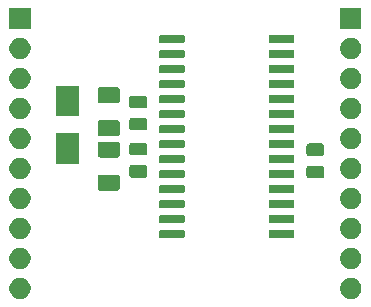
<source format=gts>
G04 #@! TF.GenerationSoftware,KiCad,Pcbnew,(5.1.5)-3*
G04 #@! TF.CreationDate,2020-04-23T23:36:20+02:00*
G04 #@! TF.ProjectId,01_spi_pont_H,30315f73-7069-45f7-906f-6e745f482e6b,rev?*
G04 #@! TF.SameCoordinates,Original*
G04 #@! TF.FileFunction,Soldermask,Top*
G04 #@! TF.FilePolarity,Negative*
%FSLAX46Y46*%
G04 Gerber Fmt 4.6, Leading zero omitted, Abs format (unit mm)*
G04 Created by KiCad (PCBNEW (5.1.5)-3) date 2020-04-23 23:36:20*
%MOMM*%
%LPD*%
G04 APERTURE LIST*
%ADD10C,0.100000*%
G04 APERTURE END LIST*
D10*
G36*
X144613512Y-86963927D02*
G01*
X144762812Y-86993624D01*
X144926784Y-87061544D01*
X145074354Y-87160147D01*
X145199853Y-87285646D01*
X145298456Y-87433216D01*
X145366376Y-87597188D01*
X145401000Y-87771259D01*
X145401000Y-87948741D01*
X145366376Y-88122812D01*
X145298456Y-88286784D01*
X145199853Y-88434354D01*
X145074354Y-88559853D01*
X144926784Y-88658456D01*
X144762812Y-88726376D01*
X144613512Y-88756073D01*
X144588742Y-88761000D01*
X144411258Y-88761000D01*
X144386488Y-88756073D01*
X144237188Y-88726376D01*
X144073216Y-88658456D01*
X143925646Y-88559853D01*
X143800147Y-88434354D01*
X143701544Y-88286784D01*
X143633624Y-88122812D01*
X143599000Y-87948741D01*
X143599000Y-87771259D01*
X143633624Y-87597188D01*
X143701544Y-87433216D01*
X143800147Y-87285646D01*
X143925646Y-87160147D01*
X144073216Y-87061544D01*
X144237188Y-86993624D01*
X144386488Y-86963927D01*
X144411258Y-86959000D01*
X144588742Y-86959000D01*
X144613512Y-86963927D01*
G37*
G36*
X116613512Y-86963927D02*
G01*
X116762812Y-86993624D01*
X116926784Y-87061544D01*
X117074354Y-87160147D01*
X117199853Y-87285646D01*
X117298456Y-87433216D01*
X117366376Y-87597188D01*
X117401000Y-87771259D01*
X117401000Y-87948741D01*
X117366376Y-88122812D01*
X117298456Y-88286784D01*
X117199853Y-88434354D01*
X117074354Y-88559853D01*
X116926784Y-88658456D01*
X116762812Y-88726376D01*
X116613512Y-88756073D01*
X116588742Y-88761000D01*
X116411258Y-88761000D01*
X116386488Y-88756073D01*
X116237188Y-88726376D01*
X116073216Y-88658456D01*
X115925646Y-88559853D01*
X115800147Y-88434354D01*
X115701544Y-88286784D01*
X115633624Y-88122812D01*
X115599000Y-87948741D01*
X115599000Y-87771259D01*
X115633624Y-87597188D01*
X115701544Y-87433216D01*
X115800147Y-87285646D01*
X115925646Y-87160147D01*
X116073216Y-87061544D01*
X116237188Y-86993624D01*
X116386488Y-86963927D01*
X116411258Y-86959000D01*
X116588742Y-86959000D01*
X116613512Y-86963927D01*
G37*
G36*
X116613512Y-84423927D02*
G01*
X116762812Y-84453624D01*
X116926784Y-84521544D01*
X117074354Y-84620147D01*
X117199853Y-84745646D01*
X117298456Y-84893216D01*
X117366376Y-85057188D01*
X117401000Y-85231259D01*
X117401000Y-85408741D01*
X117366376Y-85582812D01*
X117298456Y-85746784D01*
X117199853Y-85894354D01*
X117074354Y-86019853D01*
X116926784Y-86118456D01*
X116762812Y-86186376D01*
X116613512Y-86216073D01*
X116588742Y-86221000D01*
X116411258Y-86221000D01*
X116386488Y-86216073D01*
X116237188Y-86186376D01*
X116073216Y-86118456D01*
X115925646Y-86019853D01*
X115800147Y-85894354D01*
X115701544Y-85746784D01*
X115633624Y-85582812D01*
X115599000Y-85408741D01*
X115599000Y-85231259D01*
X115633624Y-85057188D01*
X115701544Y-84893216D01*
X115800147Y-84745646D01*
X115925646Y-84620147D01*
X116073216Y-84521544D01*
X116237188Y-84453624D01*
X116386488Y-84423927D01*
X116411258Y-84419000D01*
X116588742Y-84419000D01*
X116613512Y-84423927D01*
G37*
G36*
X144613512Y-84423927D02*
G01*
X144762812Y-84453624D01*
X144926784Y-84521544D01*
X145074354Y-84620147D01*
X145199853Y-84745646D01*
X145298456Y-84893216D01*
X145366376Y-85057188D01*
X145401000Y-85231259D01*
X145401000Y-85408741D01*
X145366376Y-85582812D01*
X145298456Y-85746784D01*
X145199853Y-85894354D01*
X145074354Y-86019853D01*
X144926784Y-86118456D01*
X144762812Y-86186376D01*
X144613512Y-86216073D01*
X144588742Y-86221000D01*
X144411258Y-86221000D01*
X144386488Y-86216073D01*
X144237188Y-86186376D01*
X144073216Y-86118456D01*
X143925646Y-86019853D01*
X143800147Y-85894354D01*
X143701544Y-85746784D01*
X143633624Y-85582812D01*
X143599000Y-85408741D01*
X143599000Y-85231259D01*
X143633624Y-85057188D01*
X143701544Y-84893216D01*
X143800147Y-84745646D01*
X143925646Y-84620147D01*
X144073216Y-84521544D01*
X144237188Y-84453624D01*
X144386488Y-84423927D01*
X144411258Y-84419000D01*
X144588742Y-84419000D01*
X144613512Y-84423927D01*
G37*
G36*
X116613512Y-81883927D02*
G01*
X116762812Y-81913624D01*
X116926784Y-81981544D01*
X117074354Y-82080147D01*
X117199853Y-82205646D01*
X117298456Y-82353216D01*
X117366376Y-82517188D01*
X117401000Y-82691259D01*
X117401000Y-82868741D01*
X117366376Y-83042812D01*
X117298456Y-83206784D01*
X117199853Y-83354354D01*
X117074354Y-83479853D01*
X116926784Y-83578456D01*
X116762812Y-83646376D01*
X116613512Y-83676073D01*
X116588742Y-83681000D01*
X116411258Y-83681000D01*
X116386488Y-83676073D01*
X116237188Y-83646376D01*
X116073216Y-83578456D01*
X115925646Y-83479853D01*
X115800147Y-83354354D01*
X115701544Y-83206784D01*
X115633624Y-83042812D01*
X115599000Y-82868741D01*
X115599000Y-82691259D01*
X115633624Y-82517188D01*
X115701544Y-82353216D01*
X115800147Y-82205646D01*
X115925646Y-82080147D01*
X116073216Y-81981544D01*
X116237188Y-81913624D01*
X116386488Y-81883927D01*
X116411258Y-81879000D01*
X116588742Y-81879000D01*
X116613512Y-81883927D01*
G37*
G36*
X144613512Y-81883927D02*
G01*
X144762812Y-81913624D01*
X144926784Y-81981544D01*
X145074354Y-82080147D01*
X145199853Y-82205646D01*
X145298456Y-82353216D01*
X145366376Y-82517188D01*
X145401000Y-82691259D01*
X145401000Y-82868741D01*
X145366376Y-83042812D01*
X145298456Y-83206784D01*
X145199853Y-83354354D01*
X145074354Y-83479853D01*
X144926784Y-83578456D01*
X144762812Y-83646376D01*
X144613512Y-83676073D01*
X144588742Y-83681000D01*
X144411258Y-83681000D01*
X144386488Y-83676073D01*
X144237188Y-83646376D01*
X144073216Y-83578456D01*
X143925646Y-83479853D01*
X143800147Y-83354354D01*
X143701544Y-83206784D01*
X143633624Y-83042812D01*
X143599000Y-82868741D01*
X143599000Y-82691259D01*
X143633624Y-82517188D01*
X143701544Y-82353216D01*
X143800147Y-82205646D01*
X143925646Y-82080147D01*
X144073216Y-81981544D01*
X144237188Y-81913624D01*
X144386488Y-81883927D01*
X144411258Y-81879000D01*
X144588742Y-81879000D01*
X144613512Y-81883927D01*
G37*
G36*
X139634928Y-82906764D02*
G01*
X139656009Y-82913160D01*
X139675445Y-82923548D01*
X139692476Y-82937524D01*
X139706452Y-82954555D01*
X139716840Y-82973991D01*
X139723236Y-82995072D01*
X139726000Y-83023140D01*
X139726000Y-83486860D01*
X139723236Y-83514928D01*
X139716840Y-83536009D01*
X139706452Y-83555445D01*
X139692476Y-83572476D01*
X139675445Y-83586452D01*
X139656009Y-83596840D01*
X139634928Y-83603236D01*
X139606860Y-83606000D01*
X137693140Y-83606000D01*
X137665072Y-83603236D01*
X137643991Y-83596840D01*
X137624555Y-83586452D01*
X137607524Y-83572476D01*
X137593548Y-83555445D01*
X137583160Y-83536009D01*
X137576764Y-83514928D01*
X137574000Y-83486860D01*
X137574000Y-83023140D01*
X137576764Y-82995072D01*
X137583160Y-82973991D01*
X137593548Y-82954555D01*
X137607524Y-82937524D01*
X137624555Y-82923548D01*
X137643991Y-82913160D01*
X137665072Y-82906764D01*
X137693140Y-82904000D01*
X139606860Y-82904000D01*
X139634928Y-82906764D01*
G37*
G36*
X130334928Y-82906764D02*
G01*
X130356009Y-82913160D01*
X130375445Y-82923548D01*
X130392476Y-82937524D01*
X130406452Y-82954555D01*
X130416840Y-82973991D01*
X130423236Y-82995072D01*
X130426000Y-83023140D01*
X130426000Y-83486860D01*
X130423236Y-83514928D01*
X130416840Y-83536009D01*
X130406452Y-83555445D01*
X130392476Y-83572476D01*
X130375445Y-83586452D01*
X130356009Y-83596840D01*
X130334928Y-83603236D01*
X130306860Y-83606000D01*
X128393140Y-83606000D01*
X128365072Y-83603236D01*
X128343991Y-83596840D01*
X128324555Y-83586452D01*
X128307524Y-83572476D01*
X128293548Y-83555445D01*
X128283160Y-83536009D01*
X128276764Y-83514928D01*
X128274000Y-83486860D01*
X128274000Y-83023140D01*
X128276764Y-82995072D01*
X128283160Y-82973991D01*
X128293548Y-82954555D01*
X128307524Y-82937524D01*
X128324555Y-82923548D01*
X128343991Y-82913160D01*
X128365072Y-82906764D01*
X128393140Y-82904000D01*
X130306860Y-82904000D01*
X130334928Y-82906764D01*
G37*
G36*
X139634928Y-81636764D02*
G01*
X139656009Y-81643160D01*
X139675445Y-81653548D01*
X139692476Y-81667524D01*
X139706452Y-81684555D01*
X139716840Y-81703991D01*
X139723236Y-81725072D01*
X139726000Y-81753140D01*
X139726000Y-82216860D01*
X139723236Y-82244928D01*
X139716840Y-82266009D01*
X139706452Y-82285445D01*
X139692476Y-82302476D01*
X139675445Y-82316452D01*
X139656009Y-82326840D01*
X139634928Y-82333236D01*
X139606860Y-82336000D01*
X137693140Y-82336000D01*
X137665072Y-82333236D01*
X137643991Y-82326840D01*
X137624555Y-82316452D01*
X137607524Y-82302476D01*
X137593548Y-82285445D01*
X137583160Y-82266009D01*
X137576764Y-82244928D01*
X137574000Y-82216860D01*
X137574000Y-81753140D01*
X137576764Y-81725072D01*
X137583160Y-81703991D01*
X137593548Y-81684555D01*
X137607524Y-81667524D01*
X137624555Y-81653548D01*
X137643991Y-81643160D01*
X137665072Y-81636764D01*
X137693140Y-81634000D01*
X139606860Y-81634000D01*
X139634928Y-81636764D01*
G37*
G36*
X130334928Y-81636764D02*
G01*
X130356009Y-81643160D01*
X130375445Y-81653548D01*
X130392476Y-81667524D01*
X130406452Y-81684555D01*
X130416840Y-81703991D01*
X130423236Y-81725072D01*
X130426000Y-81753140D01*
X130426000Y-82216860D01*
X130423236Y-82244928D01*
X130416840Y-82266009D01*
X130406452Y-82285445D01*
X130392476Y-82302476D01*
X130375445Y-82316452D01*
X130356009Y-82326840D01*
X130334928Y-82333236D01*
X130306860Y-82336000D01*
X128393140Y-82336000D01*
X128365072Y-82333236D01*
X128343991Y-82326840D01*
X128324555Y-82316452D01*
X128307524Y-82302476D01*
X128293548Y-82285445D01*
X128283160Y-82266009D01*
X128276764Y-82244928D01*
X128274000Y-82216860D01*
X128274000Y-81753140D01*
X128276764Y-81725072D01*
X128283160Y-81703991D01*
X128293548Y-81684555D01*
X128307524Y-81667524D01*
X128324555Y-81653548D01*
X128343991Y-81643160D01*
X128365072Y-81636764D01*
X128393140Y-81634000D01*
X130306860Y-81634000D01*
X130334928Y-81636764D01*
G37*
G36*
X144613512Y-79343927D02*
G01*
X144762812Y-79373624D01*
X144926784Y-79441544D01*
X145074354Y-79540147D01*
X145199853Y-79665646D01*
X145298456Y-79813216D01*
X145366376Y-79977188D01*
X145401000Y-80151259D01*
X145401000Y-80328741D01*
X145366376Y-80502812D01*
X145298456Y-80666784D01*
X145199853Y-80814354D01*
X145074354Y-80939853D01*
X144926784Y-81038456D01*
X144762812Y-81106376D01*
X144613512Y-81136073D01*
X144588742Y-81141000D01*
X144411258Y-81141000D01*
X144386488Y-81136073D01*
X144237188Y-81106376D01*
X144073216Y-81038456D01*
X143925646Y-80939853D01*
X143800147Y-80814354D01*
X143701544Y-80666784D01*
X143633624Y-80502812D01*
X143599000Y-80328741D01*
X143599000Y-80151259D01*
X143633624Y-79977188D01*
X143701544Y-79813216D01*
X143800147Y-79665646D01*
X143925646Y-79540147D01*
X144073216Y-79441544D01*
X144237188Y-79373624D01*
X144386488Y-79343927D01*
X144411258Y-79339000D01*
X144588742Y-79339000D01*
X144613512Y-79343927D01*
G37*
G36*
X116613512Y-79343927D02*
G01*
X116762812Y-79373624D01*
X116926784Y-79441544D01*
X117074354Y-79540147D01*
X117199853Y-79665646D01*
X117298456Y-79813216D01*
X117366376Y-79977188D01*
X117401000Y-80151259D01*
X117401000Y-80328741D01*
X117366376Y-80502812D01*
X117298456Y-80666784D01*
X117199853Y-80814354D01*
X117074354Y-80939853D01*
X116926784Y-81038456D01*
X116762812Y-81106376D01*
X116613512Y-81136073D01*
X116588742Y-81141000D01*
X116411258Y-81141000D01*
X116386488Y-81136073D01*
X116237188Y-81106376D01*
X116073216Y-81038456D01*
X115925646Y-80939853D01*
X115800147Y-80814354D01*
X115701544Y-80666784D01*
X115633624Y-80502812D01*
X115599000Y-80328741D01*
X115599000Y-80151259D01*
X115633624Y-79977188D01*
X115701544Y-79813216D01*
X115800147Y-79665646D01*
X115925646Y-79540147D01*
X116073216Y-79441544D01*
X116237188Y-79373624D01*
X116386488Y-79343927D01*
X116411258Y-79339000D01*
X116588742Y-79339000D01*
X116613512Y-79343927D01*
G37*
G36*
X130334928Y-80366764D02*
G01*
X130356009Y-80373160D01*
X130375445Y-80383548D01*
X130392476Y-80397524D01*
X130406452Y-80414555D01*
X130416840Y-80433991D01*
X130423236Y-80455072D01*
X130426000Y-80483140D01*
X130426000Y-80946860D01*
X130423236Y-80974928D01*
X130416840Y-80996009D01*
X130406452Y-81015445D01*
X130392476Y-81032476D01*
X130375445Y-81046452D01*
X130356009Y-81056840D01*
X130334928Y-81063236D01*
X130306860Y-81066000D01*
X128393140Y-81066000D01*
X128365072Y-81063236D01*
X128343991Y-81056840D01*
X128324555Y-81046452D01*
X128307524Y-81032476D01*
X128293548Y-81015445D01*
X128283160Y-80996009D01*
X128276764Y-80974928D01*
X128274000Y-80946860D01*
X128274000Y-80483140D01*
X128276764Y-80455072D01*
X128283160Y-80433991D01*
X128293548Y-80414555D01*
X128307524Y-80397524D01*
X128324555Y-80383548D01*
X128343991Y-80373160D01*
X128365072Y-80366764D01*
X128393140Y-80364000D01*
X130306860Y-80364000D01*
X130334928Y-80366764D01*
G37*
G36*
X139634928Y-80366764D02*
G01*
X139656009Y-80373160D01*
X139675445Y-80383548D01*
X139692476Y-80397524D01*
X139706452Y-80414555D01*
X139716840Y-80433991D01*
X139723236Y-80455072D01*
X139726000Y-80483140D01*
X139726000Y-80946860D01*
X139723236Y-80974928D01*
X139716840Y-80996009D01*
X139706452Y-81015445D01*
X139692476Y-81032476D01*
X139675445Y-81046452D01*
X139656009Y-81056840D01*
X139634928Y-81063236D01*
X139606860Y-81066000D01*
X137693140Y-81066000D01*
X137665072Y-81063236D01*
X137643991Y-81056840D01*
X137624555Y-81046452D01*
X137607524Y-81032476D01*
X137593548Y-81015445D01*
X137583160Y-80996009D01*
X137576764Y-80974928D01*
X137574000Y-80946860D01*
X137574000Y-80483140D01*
X137576764Y-80455072D01*
X137583160Y-80433991D01*
X137593548Y-80414555D01*
X137607524Y-80397524D01*
X137624555Y-80383548D01*
X137643991Y-80373160D01*
X137665072Y-80366764D01*
X137693140Y-80364000D01*
X139606860Y-80364000D01*
X139634928Y-80366764D01*
G37*
G36*
X139634928Y-79096764D02*
G01*
X139656009Y-79103160D01*
X139675445Y-79113548D01*
X139692476Y-79127524D01*
X139706452Y-79144555D01*
X139716840Y-79163991D01*
X139723236Y-79185072D01*
X139726000Y-79213140D01*
X139726000Y-79676860D01*
X139723236Y-79704928D01*
X139716840Y-79726009D01*
X139706452Y-79745445D01*
X139692476Y-79762476D01*
X139675445Y-79776452D01*
X139656009Y-79786840D01*
X139634928Y-79793236D01*
X139606860Y-79796000D01*
X137693140Y-79796000D01*
X137665072Y-79793236D01*
X137643991Y-79786840D01*
X137624555Y-79776452D01*
X137607524Y-79762476D01*
X137593548Y-79745445D01*
X137583160Y-79726009D01*
X137576764Y-79704928D01*
X137574000Y-79676860D01*
X137574000Y-79213140D01*
X137576764Y-79185072D01*
X137583160Y-79163991D01*
X137593548Y-79144555D01*
X137607524Y-79127524D01*
X137624555Y-79113548D01*
X137643991Y-79103160D01*
X137665072Y-79096764D01*
X137693140Y-79094000D01*
X139606860Y-79094000D01*
X139634928Y-79096764D01*
G37*
G36*
X130334928Y-79096764D02*
G01*
X130356009Y-79103160D01*
X130375445Y-79113548D01*
X130392476Y-79127524D01*
X130406452Y-79144555D01*
X130416840Y-79163991D01*
X130423236Y-79185072D01*
X130426000Y-79213140D01*
X130426000Y-79676860D01*
X130423236Y-79704928D01*
X130416840Y-79726009D01*
X130406452Y-79745445D01*
X130392476Y-79762476D01*
X130375445Y-79776452D01*
X130356009Y-79786840D01*
X130334928Y-79793236D01*
X130306860Y-79796000D01*
X128393140Y-79796000D01*
X128365072Y-79793236D01*
X128343991Y-79786840D01*
X128324555Y-79776452D01*
X128307524Y-79762476D01*
X128293548Y-79745445D01*
X128283160Y-79726009D01*
X128276764Y-79704928D01*
X128274000Y-79676860D01*
X128274000Y-79213140D01*
X128276764Y-79185072D01*
X128283160Y-79163991D01*
X128293548Y-79144555D01*
X128307524Y-79127524D01*
X128324555Y-79113548D01*
X128343991Y-79103160D01*
X128365072Y-79096764D01*
X128393140Y-79094000D01*
X130306860Y-79094000D01*
X130334928Y-79096764D01*
G37*
G36*
X124768604Y-78228347D02*
G01*
X124805144Y-78239432D01*
X124838821Y-78257433D01*
X124868341Y-78281659D01*
X124892567Y-78311179D01*
X124910568Y-78344856D01*
X124921653Y-78381396D01*
X124926000Y-78425538D01*
X124926000Y-79374462D01*
X124921653Y-79418604D01*
X124910568Y-79455144D01*
X124892567Y-79488821D01*
X124868341Y-79518341D01*
X124838821Y-79542567D01*
X124805144Y-79560568D01*
X124768604Y-79571653D01*
X124724462Y-79576000D01*
X123275538Y-79576000D01*
X123231396Y-79571653D01*
X123194856Y-79560568D01*
X123161179Y-79542567D01*
X123131659Y-79518341D01*
X123107433Y-79488821D01*
X123089432Y-79455144D01*
X123078347Y-79418604D01*
X123074000Y-79374462D01*
X123074000Y-78425538D01*
X123078347Y-78381396D01*
X123089432Y-78344856D01*
X123107433Y-78311179D01*
X123131659Y-78281659D01*
X123161179Y-78257433D01*
X123194856Y-78239432D01*
X123231396Y-78228347D01*
X123275538Y-78224000D01*
X124724462Y-78224000D01*
X124768604Y-78228347D01*
G37*
G36*
X116613512Y-76803927D02*
G01*
X116762812Y-76833624D01*
X116926784Y-76901544D01*
X117074354Y-77000147D01*
X117199853Y-77125646D01*
X117298456Y-77273216D01*
X117366376Y-77437188D01*
X117401000Y-77611259D01*
X117401000Y-77788741D01*
X117366376Y-77962812D01*
X117298456Y-78126784D01*
X117199853Y-78274354D01*
X117074354Y-78399853D01*
X116926784Y-78498456D01*
X116762812Y-78566376D01*
X116613512Y-78596073D01*
X116588742Y-78601000D01*
X116411258Y-78601000D01*
X116386488Y-78596073D01*
X116237188Y-78566376D01*
X116073216Y-78498456D01*
X115925646Y-78399853D01*
X115800147Y-78274354D01*
X115701544Y-78126784D01*
X115633624Y-77962812D01*
X115599000Y-77788741D01*
X115599000Y-77611259D01*
X115633624Y-77437188D01*
X115701544Y-77273216D01*
X115800147Y-77125646D01*
X115925646Y-77000147D01*
X116073216Y-76901544D01*
X116237188Y-76833624D01*
X116386488Y-76803927D01*
X116411258Y-76799000D01*
X116588742Y-76799000D01*
X116613512Y-76803927D01*
G37*
G36*
X144613512Y-76803927D02*
G01*
X144762812Y-76833624D01*
X144926784Y-76901544D01*
X145074354Y-77000147D01*
X145199853Y-77125646D01*
X145298456Y-77273216D01*
X145366376Y-77437188D01*
X145401000Y-77611259D01*
X145401000Y-77788741D01*
X145366376Y-77962812D01*
X145298456Y-78126784D01*
X145199853Y-78274354D01*
X145074354Y-78399853D01*
X144926784Y-78498456D01*
X144762812Y-78566376D01*
X144613512Y-78596073D01*
X144588742Y-78601000D01*
X144411258Y-78601000D01*
X144386488Y-78596073D01*
X144237188Y-78566376D01*
X144073216Y-78498456D01*
X143925646Y-78399853D01*
X143800147Y-78274354D01*
X143701544Y-78126784D01*
X143633624Y-77962812D01*
X143599000Y-77788741D01*
X143599000Y-77611259D01*
X143633624Y-77437188D01*
X143701544Y-77273216D01*
X143800147Y-77125646D01*
X143925646Y-77000147D01*
X144073216Y-76901544D01*
X144237188Y-76833624D01*
X144386488Y-76803927D01*
X144411258Y-76799000D01*
X144588742Y-76799000D01*
X144613512Y-76803927D01*
G37*
G36*
X142084468Y-77466065D02*
G01*
X142123138Y-77477796D01*
X142158777Y-77496846D01*
X142190017Y-77522483D01*
X142215654Y-77553723D01*
X142234704Y-77589362D01*
X142246435Y-77628032D01*
X142251000Y-77674388D01*
X142251000Y-78325612D01*
X142246435Y-78371968D01*
X142234704Y-78410638D01*
X142215654Y-78446277D01*
X142190017Y-78477517D01*
X142158777Y-78503154D01*
X142123138Y-78522204D01*
X142084468Y-78533935D01*
X142038112Y-78538500D01*
X140961888Y-78538500D01*
X140915532Y-78533935D01*
X140876862Y-78522204D01*
X140841223Y-78503154D01*
X140809983Y-78477517D01*
X140784346Y-78446277D01*
X140765296Y-78410638D01*
X140753565Y-78371968D01*
X140749000Y-78325612D01*
X140749000Y-77674388D01*
X140753565Y-77628032D01*
X140765296Y-77589362D01*
X140784346Y-77553723D01*
X140809983Y-77522483D01*
X140841223Y-77496846D01*
X140876862Y-77477796D01*
X140915532Y-77466065D01*
X140961888Y-77461500D01*
X142038112Y-77461500D01*
X142084468Y-77466065D01*
G37*
G36*
X130334928Y-77826764D02*
G01*
X130356009Y-77833160D01*
X130375445Y-77843548D01*
X130392476Y-77857524D01*
X130406452Y-77874555D01*
X130416840Y-77893991D01*
X130423236Y-77915072D01*
X130426000Y-77943140D01*
X130426000Y-78406860D01*
X130423236Y-78434928D01*
X130416840Y-78456009D01*
X130406452Y-78475445D01*
X130392476Y-78492476D01*
X130375445Y-78506452D01*
X130356009Y-78516840D01*
X130334928Y-78523236D01*
X130306860Y-78526000D01*
X128393140Y-78526000D01*
X128365072Y-78523236D01*
X128343991Y-78516840D01*
X128324555Y-78506452D01*
X128307524Y-78492476D01*
X128293548Y-78475445D01*
X128283160Y-78456009D01*
X128276764Y-78434928D01*
X128274000Y-78406860D01*
X128274000Y-77943140D01*
X128276764Y-77915072D01*
X128283160Y-77893991D01*
X128293548Y-77874555D01*
X128307524Y-77857524D01*
X128324555Y-77843548D01*
X128343991Y-77833160D01*
X128365072Y-77826764D01*
X128393140Y-77824000D01*
X130306860Y-77824000D01*
X130334928Y-77826764D01*
G37*
G36*
X139634928Y-77826764D02*
G01*
X139656009Y-77833160D01*
X139675445Y-77843548D01*
X139692476Y-77857524D01*
X139706452Y-77874555D01*
X139716840Y-77893991D01*
X139723236Y-77915072D01*
X139726000Y-77943140D01*
X139726000Y-78406860D01*
X139723236Y-78434928D01*
X139716840Y-78456009D01*
X139706452Y-78475445D01*
X139692476Y-78492476D01*
X139675445Y-78506452D01*
X139656009Y-78516840D01*
X139634928Y-78523236D01*
X139606860Y-78526000D01*
X137693140Y-78526000D01*
X137665072Y-78523236D01*
X137643991Y-78516840D01*
X137624555Y-78506452D01*
X137607524Y-78492476D01*
X137593548Y-78475445D01*
X137583160Y-78456009D01*
X137576764Y-78434928D01*
X137574000Y-78406860D01*
X137574000Y-77943140D01*
X137576764Y-77915072D01*
X137583160Y-77893991D01*
X137593548Y-77874555D01*
X137607524Y-77857524D01*
X137624555Y-77843548D01*
X137643991Y-77833160D01*
X137665072Y-77826764D01*
X137693140Y-77824000D01*
X139606860Y-77824000D01*
X139634928Y-77826764D01*
G37*
G36*
X127084468Y-77403565D02*
G01*
X127123138Y-77415296D01*
X127158777Y-77434346D01*
X127190017Y-77459983D01*
X127215654Y-77491223D01*
X127234704Y-77526862D01*
X127246435Y-77565532D01*
X127251000Y-77611888D01*
X127251000Y-78263112D01*
X127246435Y-78309468D01*
X127234704Y-78348138D01*
X127215654Y-78383777D01*
X127190017Y-78415017D01*
X127158777Y-78440654D01*
X127123138Y-78459704D01*
X127084468Y-78471435D01*
X127038112Y-78476000D01*
X125961888Y-78476000D01*
X125915532Y-78471435D01*
X125876862Y-78459704D01*
X125841223Y-78440654D01*
X125809983Y-78415017D01*
X125784346Y-78383777D01*
X125765296Y-78348138D01*
X125753565Y-78309468D01*
X125749000Y-78263112D01*
X125749000Y-77611888D01*
X125753565Y-77565532D01*
X125765296Y-77526862D01*
X125784346Y-77491223D01*
X125809983Y-77459983D01*
X125841223Y-77434346D01*
X125876862Y-77415296D01*
X125915532Y-77403565D01*
X125961888Y-77399000D01*
X127038112Y-77399000D01*
X127084468Y-77403565D01*
G37*
G36*
X121451000Y-77301000D02*
G01*
X119549000Y-77301000D01*
X119549000Y-74699000D01*
X121451000Y-74699000D01*
X121451000Y-77301000D01*
G37*
G36*
X130334928Y-76556764D02*
G01*
X130356009Y-76563160D01*
X130375445Y-76573548D01*
X130392476Y-76587524D01*
X130406452Y-76604555D01*
X130416840Y-76623991D01*
X130423236Y-76645072D01*
X130426000Y-76673140D01*
X130426000Y-77136860D01*
X130423236Y-77164928D01*
X130416840Y-77186009D01*
X130406452Y-77205445D01*
X130392476Y-77222476D01*
X130375445Y-77236452D01*
X130356009Y-77246840D01*
X130334928Y-77253236D01*
X130306860Y-77256000D01*
X128393140Y-77256000D01*
X128365072Y-77253236D01*
X128343991Y-77246840D01*
X128324555Y-77236452D01*
X128307524Y-77222476D01*
X128293548Y-77205445D01*
X128283160Y-77186009D01*
X128276764Y-77164928D01*
X128274000Y-77136860D01*
X128274000Y-76673140D01*
X128276764Y-76645072D01*
X128283160Y-76623991D01*
X128293548Y-76604555D01*
X128307524Y-76587524D01*
X128324555Y-76573548D01*
X128343991Y-76563160D01*
X128365072Y-76556764D01*
X128393140Y-76554000D01*
X130306860Y-76554000D01*
X130334928Y-76556764D01*
G37*
G36*
X139634928Y-76556764D02*
G01*
X139656009Y-76563160D01*
X139675445Y-76573548D01*
X139692476Y-76587524D01*
X139706452Y-76604555D01*
X139716840Y-76623991D01*
X139723236Y-76645072D01*
X139726000Y-76673140D01*
X139726000Y-77136860D01*
X139723236Y-77164928D01*
X139716840Y-77186009D01*
X139706452Y-77205445D01*
X139692476Y-77222476D01*
X139675445Y-77236452D01*
X139656009Y-77246840D01*
X139634928Y-77253236D01*
X139606860Y-77256000D01*
X137693140Y-77256000D01*
X137665072Y-77253236D01*
X137643991Y-77246840D01*
X137624555Y-77236452D01*
X137607524Y-77222476D01*
X137593548Y-77205445D01*
X137583160Y-77186009D01*
X137576764Y-77164928D01*
X137574000Y-77136860D01*
X137574000Y-76673140D01*
X137576764Y-76645072D01*
X137583160Y-76623991D01*
X137593548Y-76604555D01*
X137607524Y-76587524D01*
X137624555Y-76573548D01*
X137643991Y-76563160D01*
X137665072Y-76556764D01*
X137693140Y-76554000D01*
X139606860Y-76554000D01*
X139634928Y-76556764D01*
G37*
G36*
X124768604Y-75428347D02*
G01*
X124805144Y-75439432D01*
X124838821Y-75457433D01*
X124868341Y-75481659D01*
X124892567Y-75511179D01*
X124910568Y-75544856D01*
X124921653Y-75581396D01*
X124926000Y-75625538D01*
X124926000Y-76574462D01*
X124921653Y-76618604D01*
X124910568Y-76655144D01*
X124892567Y-76688821D01*
X124868341Y-76718341D01*
X124838821Y-76742567D01*
X124805144Y-76760568D01*
X124768604Y-76771653D01*
X124724462Y-76776000D01*
X123275538Y-76776000D01*
X123231396Y-76771653D01*
X123194856Y-76760568D01*
X123161179Y-76742567D01*
X123131659Y-76718341D01*
X123107433Y-76688821D01*
X123089432Y-76655144D01*
X123078347Y-76618604D01*
X123074000Y-76574462D01*
X123074000Y-75625538D01*
X123078347Y-75581396D01*
X123089432Y-75544856D01*
X123107433Y-75511179D01*
X123131659Y-75481659D01*
X123161179Y-75457433D01*
X123194856Y-75439432D01*
X123231396Y-75428347D01*
X123275538Y-75424000D01*
X124724462Y-75424000D01*
X124768604Y-75428347D01*
G37*
G36*
X142084468Y-75591065D02*
G01*
X142123138Y-75602796D01*
X142158777Y-75621846D01*
X142190017Y-75647483D01*
X142215654Y-75678723D01*
X142234704Y-75714362D01*
X142246435Y-75753032D01*
X142251000Y-75799388D01*
X142251000Y-76450612D01*
X142246435Y-76496968D01*
X142234704Y-76535638D01*
X142215654Y-76571277D01*
X142190017Y-76602517D01*
X142158777Y-76628154D01*
X142123138Y-76647204D01*
X142084468Y-76658935D01*
X142038112Y-76663500D01*
X140961888Y-76663500D01*
X140915532Y-76658935D01*
X140876862Y-76647204D01*
X140841223Y-76628154D01*
X140809983Y-76602517D01*
X140784346Y-76571277D01*
X140765296Y-76535638D01*
X140753565Y-76496968D01*
X140749000Y-76450612D01*
X140749000Y-75799388D01*
X140753565Y-75753032D01*
X140765296Y-75714362D01*
X140784346Y-75678723D01*
X140809983Y-75647483D01*
X140841223Y-75621846D01*
X140876862Y-75602796D01*
X140915532Y-75591065D01*
X140961888Y-75586500D01*
X142038112Y-75586500D01*
X142084468Y-75591065D01*
G37*
G36*
X127084468Y-75528565D02*
G01*
X127123138Y-75540296D01*
X127158777Y-75559346D01*
X127190017Y-75584983D01*
X127215654Y-75616223D01*
X127234704Y-75651862D01*
X127246435Y-75690532D01*
X127251000Y-75736888D01*
X127251000Y-76388112D01*
X127246435Y-76434468D01*
X127234704Y-76473138D01*
X127215654Y-76508777D01*
X127190017Y-76540017D01*
X127158777Y-76565654D01*
X127123138Y-76584704D01*
X127084468Y-76596435D01*
X127038112Y-76601000D01*
X125961888Y-76601000D01*
X125915532Y-76596435D01*
X125876862Y-76584704D01*
X125841223Y-76565654D01*
X125809983Y-76540017D01*
X125784346Y-76508777D01*
X125765296Y-76473138D01*
X125753565Y-76434468D01*
X125749000Y-76388112D01*
X125749000Y-75736888D01*
X125753565Y-75690532D01*
X125765296Y-75651862D01*
X125784346Y-75616223D01*
X125809983Y-75584983D01*
X125841223Y-75559346D01*
X125876862Y-75540296D01*
X125915532Y-75528565D01*
X125961888Y-75524000D01*
X127038112Y-75524000D01*
X127084468Y-75528565D01*
G37*
G36*
X116609414Y-74263112D02*
G01*
X116762812Y-74293624D01*
X116926784Y-74361544D01*
X117074354Y-74460147D01*
X117199853Y-74585646D01*
X117298456Y-74733216D01*
X117366376Y-74897188D01*
X117401000Y-75071259D01*
X117401000Y-75248741D01*
X117366376Y-75422812D01*
X117298456Y-75586784D01*
X117199853Y-75734354D01*
X117074354Y-75859853D01*
X116926784Y-75958456D01*
X116762812Y-76026376D01*
X116613512Y-76056073D01*
X116588742Y-76061000D01*
X116411258Y-76061000D01*
X116386488Y-76056073D01*
X116237188Y-76026376D01*
X116073216Y-75958456D01*
X115925646Y-75859853D01*
X115800147Y-75734354D01*
X115701544Y-75586784D01*
X115633624Y-75422812D01*
X115599000Y-75248741D01*
X115599000Y-75071259D01*
X115633624Y-74897188D01*
X115701544Y-74733216D01*
X115800147Y-74585646D01*
X115925646Y-74460147D01*
X116073216Y-74361544D01*
X116237188Y-74293624D01*
X116390586Y-74263112D01*
X116411258Y-74259000D01*
X116588742Y-74259000D01*
X116609414Y-74263112D01*
G37*
G36*
X144609414Y-74263112D02*
G01*
X144762812Y-74293624D01*
X144926784Y-74361544D01*
X145074354Y-74460147D01*
X145199853Y-74585646D01*
X145298456Y-74733216D01*
X145366376Y-74897188D01*
X145401000Y-75071259D01*
X145401000Y-75248741D01*
X145366376Y-75422812D01*
X145298456Y-75586784D01*
X145199853Y-75734354D01*
X145074354Y-75859853D01*
X144926784Y-75958456D01*
X144762812Y-76026376D01*
X144613512Y-76056073D01*
X144588742Y-76061000D01*
X144411258Y-76061000D01*
X144386488Y-76056073D01*
X144237188Y-76026376D01*
X144073216Y-75958456D01*
X143925646Y-75859853D01*
X143800147Y-75734354D01*
X143701544Y-75586784D01*
X143633624Y-75422812D01*
X143599000Y-75248741D01*
X143599000Y-75071259D01*
X143633624Y-74897188D01*
X143701544Y-74733216D01*
X143800147Y-74585646D01*
X143925646Y-74460147D01*
X144073216Y-74361544D01*
X144237188Y-74293624D01*
X144390586Y-74263112D01*
X144411258Y-74259000D01*
X144588742Y-74259000D01*
X144609414Y-74263112D01*
G37*
G36*
X139634928Y-75286764D02*
G01*
X139656009Y-75293160D01*
X139675445Y-75303548D01*
X139692476Y-75317524D01*
X139706452Y-75334555D01*
X139716840Y-75353991D01*
X139723236Y-75375072D01*
X139726000Y-75403140D01*
X139726000Y-75866860D01*
X139723236Y-75894928D01*
X139716840Y-75916009D01*
X139706452Y-75935445D01*
X139692476Y-75952476D01*
X139675445Y-75966452D01*
X139656009Y-75976840D01*
X139634928Y-75983236D01*
X139606860Y-75986000D01*
X137693140Y-75986000D01*
X137665072Y-75983236D01*
X137643991Y-75976840D01*
X137624555Y-75966452D01*
X137607524Y-75952476D01*
X137593548Y-75935445D01*
X137583160Y-75916009D01*
X137576764Y-75894928D01*
X137574000Y-75866860D01*
X137574000Y-75403140D01*
X137576764Y-75375072D01*
X137583160Y-75353991D01*
X137593548Y-75334555D01*
X137607524Y-75317524D01*
X137624555Y-75303548D01*
X137643991Y-75293160D01*
X137665072Y-75286764D01*
X137693140Y-75284000D01*
X139606860Y-75284000D01*
X139634928Y-75286764D01*
G37*
G36*
X130334928Y-75286764D02*
G01*
X130356009Y-75293160D01*
X130375445Y-75303548D01*
X130392476Y-75317524D01*
X130406452Y-75334555D01*
X130416840Y-75353991D01*
X130423236Y-75375072D01*
X130426000Y-75403140D01*
X130426000Y-75866860D01*
X130423236Y-75894928D01*
X130416840Y-75916009D01*
X130406452Y-75935445D01*
X130392476Y-75952476D01*
X130375445Y-75966452D01*
X130356009Y-75976840D01*
X130334928Y-75983236D01*
X130306860Y-75986000D01*
X128393140Y-75986000D01*
X128365072Y-75983236D01*
X128343991Y-75976840D01*
X128324555Y-75966452D01*
X128307524Y-75952476D01*
X128293548Y-75935445D01*
X128283160Y-75916009D01*
X128276764Y-75894928D01*
X128274000Y-75866860D01*
X128274000Y-75403140D01*
X128276764Y-75375072D01*
X128283160Y-75353991D01*
X128293548Y-75334555D01*
X128307524Y-75317524D01*
X128324555Y-75303548D01*
X128343991Y-75293160D01*
X128365072Y-75286764D01*
X128393140Y-75284000D01*
X130306860Y-75284000D01*
X130334928Y-75286764D01*
G37*
G36*
X124768604Y-73628347D02*
G01*
X124805144Y-73639432D01*
X124838821Y-73657433D01*
X124868341Y-73681659D01*
X124892567Y-73711179D01*
X124910568Y-73744856D01*
X124921653Y-73781396D01*
X124926000Y-73825538D01*
X124926000Y-74774462D01*
X124921653Y-74818604D01*
X124910568Y-74855144D01*
X124892567Y-74888821D01*
X124868341Y-74918341D01*
X124838821Y-74942567D01*
X124805144Y-74960568D01*
X124768604Y-74971653D01*
X124724462Y-74976000D01*
X123275538Y-74976000D01*
X123231396Y-74971653D01*
X123194856Y-74960568D01*
X123161179Y-74942567D01*
X123131659Y-74918341D01*
X123107433Y-74888821D01*
X123089432Y-74855144D01*
X123078347Y-74818604D01*
X123074000Y-74774462D01*
X123074000Y-73825538D01*
X123078347Y-73781396D01*
X123089432Y-73744856D01*
X123107433Y-73711179D01*
X123131659Y-73681659D01*
X123161179Y-73657433D01*
X123194856Y-73639432D01*
X123231396Y-73628347D01*
X123275538Y-73624000D01*
X124724462Y-73624000D01*
X124768604Y-73628347D01*
G37*
G36*
X139634928Y-74016764D02*
G01*
X139656009Y-74023160D01*
X139675445Y-74033548D01*
X139692476Y-74047524D01*
X139706452Y-74064555D01*
X139716840Y-74083991D01*
X139723236Y-74105072D01*
X139726000Y-74133140D01*
X139726000Y-74596860D01*
X139723236Y-74624928D01*
X139716840Y-74646009D01*
X139706452Y-74665445D01*
X139692476Y-74682476D01*
X139675445Y-74696452D01*
X139656009Y-74706840D01*
X139634928Y-74713236D01*
X139606860Y-74716000D01*
X137693140Y-74716000D01*
X137665072Y-74713236D01*
X137643991Y-74706840D01*
X137624555Y-74696452D01*
X137607524Y-74682476D01*
X137593548Y-74665445D01*
X137583160Y-74646009D01*
X137576764Y-74624928D01*
X137574000Y-74596860D01*
X137574000Y-74133140D01*
X137576764Y-74105072D01*
X137583160Y-74083991D01*
X137593548Y-74064555D01*
X137607524Y-74047524D01*
X137624555Y-74033548D01*
X137643991Y-74023160D01*
X137665072Y-74016764D01*
X137693140Y-74014000D01*
X139606860Y-74014000D01*
X139634928Y-74016764D01*
G37*
G36*
X130334928Y-74016764D02*
G01*
X130356009Y-74023160D01*
X130375445Y-74033548D01*
X130392476Y-74047524D01*
X130406452Y-74064555D01*
X130416840Y-74083991D01*
X130423236Y-74105072D01*
X130426000Y-74133140D01*
X130426000Y-74596860D01*
X130423236Y-74624928D01*
X130416840Y-74646009D01*
X130406452Y-74665445D01*
X130392476Y-74682476D01*
X130375445Y-74696452D01*
X130356009Y-74706840D01*
X130334928Y-74713236D01*
X130306860Y-74716000D01*
X128393140Y-74716000D01*
X128365072Y-74713236D01*
X128343991Y-74706840D01*
X128324555Y-74696452D01*
X128307524Y-74682476D01*
X128293548Y-74665445D01*
X128283160Y-74646009D01*
X128276764Y-74624928D01*
X128274000Y-74596860D01*
X128274000Y-74133140D01*
X128276764Y-74105072D01*
X128283160Y-74083991D01*
X128293548Y-74064555D01*
X128307524Y-74047524D01*
X128324555Y-74033548D01*
X128343991Y-74023160D01*
X128365072Y-74016764D01*
X128393140Y-74014000D01*
X130306860Y-74014000D01*
X130334928Y-74016764D01*
G37*
G36*
X127084468Y-73403565D02*
G01*
X127123138Y-73415296D01*
X127158777Y-73434346D01*
X127190017Y-73459983D01*
X127215654Y-73491223D01*
X127234704Y-73526862D01*
X127246435Y-73565532D01*
X127251000Y-73611888D01*
X127251000Y-74263112D01*
X127246435Y-74309468D01*
X127234704Y-74348138D01*
X127215654Y-74383777D01*
X127190017Y-74415017D01*
X127158777Y-74440654D01*
X127123138Y-74459704D01*
X127084468Y-74471435D01*
X127038112Y-74476000D01*
X125961888Y-74476000D01*
X125915532Y-74471435D01*
X125876862Y-74459704D01*
X125841223Y-74440654D01*
X125809983Y-74415017D01*
X125784346Y-74383777D01*
X125765296Y-74348138D01*
X125753565Y-74309468D01*
X125749000Y-74263112D01*
X125749000Y-73611888D01*
X125753565Y-73565532D01*
X125765296Y-73526862D01*
X125784346Y-73491223D01*
X125809983Y-73459983D01*
X125841223Y-73434346D01*
X125876862Y-73415296D01*
X125915532Y-73403565D01*
X125961888Y-73399000D01*
X127038112Y-73399000D01*
X127084468Y-73403565D01*
G37*
G36*
X116613512Y-71723927D02*
G01*
X116762812Y-71753624D01*
X116926784Y-71821544D01*
X117074354Y-71920147D01*
X117199853Y-72045646D01*
X117298456Y-72193216D01*
X117366376Y-72357188D01*
X117401000Y-72531259D01*
X117401000Y-72708741D01*
X117366376Y-72882812D01*
X117298456Y-73046784D01*
X117199853Y-73194354D01*
X117074354Y-73319853D01*
X116926784Y-73418456D01*
X116762812Y-73486376D01*
X116613512Y-73516073D01*
X116588742Y-73521000D01*
X116411258Y-73521000D01*
X116386488Y-73516073D01*
X116237188Y-73486376D01*
X116073216Y-73418456D01*
X115925646Y-73319853D01*
X115800147Y-73194354D01*
X115701544Y-73046784D01*
X115633624Y-72882812D01*
X115599000Y-72708741D01*
X115599000Y-72531259D01*
X115633624Y-72357188D01*
X115701544Y-72193216D01*
X115800147Y-72045646D01*
X115925646Y-71920147D01*
X116073216Y-71821544D01*
X116237188Y-71753624D01*
X116386488Y-71723927D01*
X116411258Y-71719000D01*
X116588742Y-71719000D01*
X116613512Y-71723927D01*
G37*
G36*
X144613512Y-71723927D02*
G01*
X144762812Y-71753624D01*
X144926784Y-71821544D01*
X145074354Y-71920147D01*
X145199853Y-72045646D01*
X145298456Y-72193216D01*
X145366376Y-72357188D01*
X145401000Y-72531259D01*
X145401000Y-72708741D01*
X145366376Y-72882812D01*
X145298456Y-73046784D01*
X145199853Y-73194354D01*
X145074354Y-73319853D01*
X144926784Y-73418456D01*
X144762812Y-73486376D01*
X144613512Y-73516073D01*
X144588742Y-73521000D01*
X144411258Y-73521000D01*
X144386488Y-73516073D01*
X144237188Y-73486376D01*
X144073216Y-73418456D01*
X143925646Y-73319853D01*
X143800147Y-73194354D01*
X143701544Y-73046784D01*
X143633624Y-72882812D01*
X143599000Y-72708741D01*
X143599000Y-72531259D01*
X143633624Y-72357188D01*
X143701544Y-72193216D01*
X143800147Y-72045646D01*
X143925646Y-71920147D01*
X144073216Y-71821544D01*
X144237188Y-71753624D01*
X144386488Y-71723927D01*
X144411258Y-71719000D01*
X144588742Y-71719000D01*
X144613512Y-71723927D01*
G37*
G36*
X130334928Y-72746764D02*
G01*
X130356009Y-72753160D01*
X130375445Y-72763548D01*
X130392476Y-72777524D01*
X130406452Y-72794555D01*
X130416840Y-72813991D01*
X130423236Y-72835072D01*
X130426000Y-72863140D01*
X130426000Y-73326860D01*
X130423236Y-73354928D01*
X130416840Y-73376009D01*
X130406452Y-73395445D01*
X130392476Y-73412476D01*
X130375445Y-73426452D01*
X130356009Y-73436840D01*
X130334928Y-73443236D01*
X130306860Y-73446000D01*
X128393140Y-73446000D01*
X128365072Y-73443236D01*
X128343991Y-73436840D01*
X128324555Y-73426452D01*
X128307524Y-73412476D01*
X128293548Y-73395445D01*
X128283160Y-73376009D01*
X128276764Y-73354928D01*
X128274000Y-73326860D01*
X128274000Y-72863140D01*
X128276764Y-72835072D01*
X128283160Y-72813991D01*
X128293548Y-72794555D01*
X128307524Y-72777524D01*
X128324555Y-72763548D01*
X128343991Y-72753160D01*
X128365072Y-72746764D01*
X128393140Y-72744000D01*
X130306860Y-72744000D01*
X130334928Y-72746764D01*
G37*
G36*
X139634928Y-72746764D02*
G01*
X139656009Y-72753160D01*
X139675445Y-72763548D01*
X139692476Y-72777524D01*
X139706452Y-72794555D01*
X139716840Y-72813991D01*
X139723236Y-72835072D01*
X139726000Y-72863140D01*
X139726000Y-73326860D01*
X139723236Y-73354928D01*
X139716840Y-73376009D01*
X139706452Y-73395445D01*
X139692476Y-73412476D01*
X139675445Y-73426452D01*
X139656009Y-73436840D01*
X139634928Y-73443236D01*
X139606860Y-73446000D01*
X137693140Y-73446000D01*
X137665072Y-73443236D01*
X137643991Y-73436840D01*
X137624555Y-73426452D01*
X137607524Y-73412476D01*
X137593548Y-73395445D01*
X137583160Y-73376009D01*
X137576764Y-73354928D01*
X137574000Y-73326860D01*
X137574000Y-72863140D01*
X137576764Y-72835072D01*
X137583160Y-72813991D01*
X137593548Y-72794555D01*
X137607524Y-72777524D01*
X137624555Y-72763548D01*
X137643991Y-72753160D01*
X137665072Y-72746764D01*
X137693140Y-72744000D01*
X139606860Y-72744000D01*
X139634928Y-72746764D01*
G37*
G36*
X121451000Y-73301000D02*
G01*
X119549000Y-73301000D01*
X119549000Y-70699000D01*
X121451000Y-70699000D01*
X121451000Y-73301000D01*
G37*
G36*
X127084468Y-71528565D02*
G01*
X127123138Y-71540296D01*
X127158777Y-71559346D01*
X127190017Y-71584983D01*
X127215654Y-71616223D01*
X127234704Y-71651862D01*
X127246435Y-71690532D01*
X127251000Y-71736888D01*
X127251000Y-72388112D01*
X127246435Y-72434468D01*
X127234704Y-72473138D01*
X127215654Y-72508777D01*
X127190017Y-72540017D01*
X127158777Y-72565654D01*
X127123138Y-72584704D01*
X127084468Y-72596435D01*
X127038112Y-72601000D01*
X125961888Y-72601000D01*
X125915532Y-72596435D01*
X125876862Y-72584704D01*
X125841223Y-72565654D01*
X125809983Y-72540017D01*
X125784346Y-72508777D01*
X125765296Y-72473138D01*
X125753565Y-72434468D01*
X125749000Y-72388112D01*
X125749000Y-71736888D01*
X125753565Y-71690532D01*
X125765296Y-71651862D01*
X125784346Y-71616223D01*
X125809983Y-71584983D01*
X125841223Y-71559346D01*
X125876862Y-71540296D01*
X125915532Y-71528565D01*
X125961888Y-71524000D01*
X127038112Y-71524000D01*
X127084468Y-71528565D01*
G37*
G36*
X139634928Y-71476764D02*
G01*
X139656009Y-71483160D01*
X139675445Y-71493548D01*
X139692476Y-71507524D01*
X139706452Y-71524555D01*
X139716840Y-71543991D01*
X139723236Y-71565072D01*
X139726000Y-71593140D01*
X139726000Y-72056860D01*
X139723236Y-72084928D01*
X139716840Y-72106009D01*
X139706452Y-72125445D01*
X139692476Y-72142476D01*
X139675445Y-72156452D01*
X139656009Y-72166840D01*
X139634928Y-72173236D01*
X139606860Y-72176000D01*
X137693140Y-72176000D01*
X137665072Y-72173236D01*
X137643991Y-72166840D01*
X137624555Y-72156452D01*
X137607524Y-72142476D01*
X137593548Y-72125445D01*
X137583160Y-72106009D01*
X137576764Y-72084928D01*
X137574000Y-72056860D01*
X137574000Y-71593140D01*
X137576764Y-71565072D01*
X137583160Y-71543991D01*
X137593548Y-71524555D01*
X137607524Y-71507524D01*
X137624555Y-71493548D01*
X137643991Y-71483160D01*
X137665072Y-71476764D01*
X137693140Y-71474000D01*
X139606860Y-71474000D01*
X139634928Y-71476764D01*
G37*
G36*
X124768604Y-70828347D02*
G01*
X124805144Y-70839432D01*
X124838821Y-70857433D01*
X124868341Y-70881659D01*
X124892567Y-70911179D01*
X124910568Y-70944856D01*
X124921653Y-70981396D01*
X124926000Y-71025538D01*
X124926000Y-71974462D01*
X124921653Y-72018604D01*
X124910568Y-72055144D01*
X124892567Y-72088821D01*
X124868341Y-72118341D01*
X124838821Y-72142567D01*
X124805144Y-72160568D01*
X124768604Y-72171653D01*
X124724462Y-72176000D01*
X123275538Y-72176000D01*
X123231396Y-72171653D01*
X123194856Y-72160568D01*
X123161179Y-72142567D01*
X123131659Y-72118341D01*
X123107433Y-72088821D01*
X123089432Y-72055144D01*
X123078347Y-72018604D01*
X123074000Y-71974462D01*
X123074000Y-71025538D01*
X123078347Y-70981396D01*
X123089432Y-70944856D01*
X123107433Y-70911179D01*
X123131659Y-70881659D01*
X123161179Y-70857433D01*
X123194856Y-70839432D01*
X123231396Y-70828347D01*
X123275538Y-70824000D01*
X124724462Y-70824000D01*
X124768604Y-70828347D01*
G37*
G36*
X130334928Y-71476764D02*
G01*
X130356009Y-71483160D01*
X130375445Y-71493548D01*
X130392476Y-71507524D01*
X130406452Y-71524555D01*
X130416840Y-71543991D01*
X130423236Y-71565072D01*
X130426000Y-71593140D01*
X130426000Y-72056860D01*
X130423236Y-72084928D01*
X130416840Y-72106009D01*
X130406452Y-72125445D01*
X130392476Y-72142476D01*
X130375445Y-72156452D01*
X130356009Y-72166840D01*
X130334928Y-72173236D01*
X130306860Y-72176000D01*
X128393140Y-72176000D01*
X128365072Y-72173236D01*
X128343991Y-72166840D01*
X128324555Y-72156452D01*
X128307524Y-72142476D01*
X128293548Y-72125445D01*
X128283160Y-72106009D01*
X128276764Y-72084928D01*
X128274000Y-72056860D01*
X128274000Y-71593140D01*
X128276764Y-71565072D01*
X128283160Y-71543991D01*
X128293548Y-71524555D01*
X128307524Y-71507524D01*
X128324555Y-71493548D01*
X128343991Y-71483160D01*
X128365072Y-71476764D01*
X128393140Y-71474000D01*
X130306860Y-71474000D01*
X130334928Y-71476764D01*
G37*
G36*
X116613512Y-69183927D02*
G01*
X116762812Y-69213624D01*
X116926784Y-69281544D01*
X117074354Y-69380147D01*
X117199853Y-69505646D01*
X117298456Y-69653216D01*
X117366376Y-69817188D01*
X117401000Y-69991259D01*
X117401000Y-70168741D01*
X117366376Y-70342812D01*
X117298456Y-70506784D01*
X117199853Y-70654354D01*
X117074354Y-70779853D01*
X116926784Y-70878456D01*
X116762812Y-70946376D01*
X116613512Y-70976073D01*
X116588742Y-70981000D01*
X116411258Y-70981000D01*
X116386488Y-70976073D01*
X116237188Y-70946376D01*
X116073216Y-70878456D01*
X115925646Y-70779853D01*
X115800147Y-70654354D01*
X115701544Y-70506784D01*
X115633624Y-70342812D01*
X115599000Y-70168741D01*
X115599000Y-69991259D01*
X115633624Y-69817188D01*
X115701544Y-69653216D01*
X115800147Y-69505646D01*
X115925646Y-69380147D01*
X116073216Y-69281544D01*
X116237188Y-69213624D01*
X116386488Y-69183927D01*
X116411258Y-69179000D01*
X116588742Y-69179000D01*
X116613512Y-69183927D01*
G37*
G36*
X144613512Y-69183927D02*
G01*
X144762812Y-69213624D01*
X144926784Y-69281544D01*
X145074354Y-69380147D01*
X145199853Y-69505646D01*
X145298456Y-69653216D01*
X145366376Y-69817188D01*
X145401000Y-69991259D01*
X145401000Y-70168741D01*
X145366376Y-70342812D01*
X145298456Y-70506784D01*
X145199853Y-70654354D01*
X145074354Y-70779853D01*
X144926784Y-70878456D01*
X144762812Y-70946376D01*
X144613512Y-70976073D01*
X144588742Y-70981000D01*
X144411258Y-70981000D01*
X144386488Y-70976073D01*
X144237188Y-70946376D01*
X144073216Y-70878456D01*
X143925646Y-70779853D01*
X143800147Y-70654354D01*
X143701544Y-70506784D01*
X143633624Y-70342812D01*
X143599000Y-70168741D01*
X143599000Y-69991259D01*
X143633624Y-69817188D01*
X143701544Y-69653216D01*
X143800147Y-69505646D01*
X143925646Y-69380147D01*
X144073216Y-69281544D01*
X144237188Y-69213624D01*
X144386488Y-69183927D01*
X144411258Y-69179000D01*
X144588742Y-69179000D01*
X144613512Y-69183927D01*
G37*
G36*
X130334928Y-70206764D02*
G01*
X130356009Y-70213160D01*
X130375445Y-70223548D01*
X130392476Y-70237524D01*
X130406452Y-70254555D01*
X130416840Y-70273991D01*
X130423236Y-70295072D01*
X130426000Y-70323140D01*
X130426000Y-70786860D01*
X130423236Y-70814928D01*
X130416840Y-70836009D01*
X130406452Y-70855445D01*
X130392476Y-70872476D01*
X130375445Y-70886452D01*
X130356009Y-70896840D01*
X130334928Y-70903236D01*
X130306860Y-70906000D01*
X128393140Y-70906000D01*
X128365072Y-70903236D01*
X128343991Y-70896840D01*
X128324555Y-70886452D01*
X128307524Y-70872476D01*
X128293548Y-70855445D01*
X128283160Y-70836009D01*
X128276764Y-70814928D01*
X128274000Y-70786860D01*
X128274000Y-70323140D01*
X128276764Y-70295072D01*
X128283160Y-70273991D01*
X128293548Y-70254555D01*
X128307524Y-70237524D01*
X128324555Y-70223548D01*
X128343991Y-70213160D01*
X128365072Y-70206764D01*
X128393140Y-70204000D01*
X130306860Y-70204000D01*
X130334928Y-70206764D01*
G37*
G36*
X139634928Y-70206764D02*
G01*
X139656009Y-70213160D01*
X139675445Y-70223548D01*
X139692476Y-70237524D01*
X139706452Y-70254555D01*
X139716840Y-70273991D01*
X139723236Y-70295072D01*
X139726000Y-70323140D01*
X139726000Y-70786860D01*
X139723236Y-70814928D01*
X139716840Y-70836009D01*
X139706452Y-70855445D01*
X139692476Y-70872476D01*
X139675445Y-70886452D01*
X139656009Y-70896840D01*
X139634928Y-70903236D01*
X139606860Y-70906000D01*
X137693140Y-70906000D01*
X137665072Y-70903236D01*
X137643991Y-70896840D01*
X137624555Y-70886452D01*
X137607524Y-70872476D01*
X137593548Y-70855445D01*
X137583160Y-70836009D01*
X137576764Y-70814928D01*
X137574000Y-70786860D01*
X137574000Y-70323140D01*
X137576764Y-70295072D01*
X137583160Y-70273991D01*
X137593548Y-70254555D01*
X137607524Y-70237524D01*
X137624555Y-70223548D01*
X137643991Y-70213160D01*
X137665072Y-70206764D01*
X137693140Y-70204000D01*
X139606860Y-70204000D01*
X139634928Y-70206764D01*
G37*
G36*
X130334928Y-68936764D02*
G01*
X130356009Y-68943160D01*
X130375445Y-68953548D01*
X130392476Y-68967524D01*
X130406452Y-68984555D01*
X130416840Y-69003991D01*
X130423236Y-69025072D01*
X130426000Y-69053140D01*
X130426000Y-69516860D01*
X130423236Y-69544928D01*
X130416840Y-69566009D01*
X130406452Y-69585445D01*
X130392476Y-69602476D01*
X130375445Y-69616452D01*
X130356009Y-69626840D01*
X130334928Y-69633236D01*
X130306860Y-69636000D01*
X128393140Y-69636000D01*
X128365072Y-69633236D01*
X128343991Y-69626840D01*
X128324555Y-69616452D01*
X128307524Y-69602476D01*
X128293548Y-69585445D01*
X128283160Y-69566009D01*
X128276764Y-69544928D01*
X128274000Y-69516860D01*
X128274000Y-69053140D01*
X128276764Y-69025072D01*
X128283160Y-69003991D01*
X128293548Y-68984555D01*
X128307524Y-68967524D01*
X128324555Y-68953548D01*
X128343991Y-68943160D01*
X128365072Y-68936764D01*
X128393140Y-68934000D01*
X130306860Y-68934000D01*
X130334928Y-68936764D01*
G37*
G36*
X139634928Y-68936764D02*
G01*
X139656009Y-68943160D01*
X139675445Y-68953548D01*
X139692476Y-68967524D01*
X139706452Y-68984555D01*
X139716840Y-69003991D01*
X139723236Y-69025072D01*
X139726000Y-69053140D01*
X139726000Y-69516860D01*
X139723236Y-69544928D01*
X139716840Y-69566009D01*
X139706452Y-69585445D01*
X139692476Y-69602476D01*
X139675445Y-69616452D01*
X139656009Y-69626840D01*
X139634928Y-69633236D01*
X139606860Y-69636000D01*
X137693140Y-69636000D01*
X137665072Y-69633236D01*
X137643991Y-69626840D01*
X137624555Y-69616452D01*
X137607524Y-69602476D01*
X137593548Y-69585445D01*
X137583160Y-69566009D01*
X137576764Y-69544928D01*
X137574000Y-69516860D01*
X137574000Y-69053140D01*
X137576764Y-69025072D01*
X137583160Y-69003991D01*
X137593548Y-68984555D01*
X137607524Y-68967524D01*
X137624555Y-68953548D01*
X137643991Y-68943160D01*
X137665072Y-68936764D01*
X137693140Y-68934000D01*
X139606860Y-68934000D01*
X139634928Y-68936764D01*
G37*
G36*
X116613512Y-66643927D02*
G01*
X116762812Y-66673624D01*
X116926784Y-66741544D01*
X117074354Y-66840147D01*
X117199853Y-66965646D01*
X117298456Y-67113216D01*
X117366376Y-67277188D01*
X117401000Y-67451259D01*
X117401000Y-67628741D01*
X117366376Y-67802812D01*
X117298456Y-67966784D01*
X117199853Y-68114354D01*
X117074354Y-68239853D01*
X116926784Y-68338456D01*
X116762812Y-68406376D01*
X116613512Y-68436073D01*
X116588742Y-68441000D01*
X116411258Y-68441000D01*
X116386488Y-68436073D01*
X116237188Y-68406376D01*
X116073216Y-68338456D01*
X115925646Y-68239853D01*
X115800147Y-68114354D01*
X115701544Y-67966784D01*
X115633624Y-67802812D01*
X115599000Y-67628741D01*
X115599000Y-67451259D01*
X115633624Y-67277188D01*
X115701544Y-67113216D01*
X115800147Y-66965646D01*
X115925646Y-66840147D01*
X116073216Y-66741544D01*
X116237188Y-66673624D01*
X116386488Y-66643927D01*
X116411258Y-66639000D01*
X116588742Y-66639000D01*
X116613512Y-66643927D01*
G37*
G36*
X144613512Y-66643927D02*
G01*
X144762812Y-66673624D01*
X144926784Y-66741544D01*
X145074354Y-66840147D01*
X145199853Y-66965646D01*
X145298456Y-67113216D01*
X145366376Y-67277188D01*
X145401000Y-67451259D01*
X145401000Y-67628741D01*
X145366376Y-67802812D01*
X145298456Y-67966784D01*
X145199853Y-68114354D01*
X145074354Y-68239853D01*
X144926784Y-68338456D01*
X144762812Y-68406376D01*
X144613512Y-68436073D01*
X144588742Y-68441000D01*
X144411258Y-68441000D01*
X144386488Y-68436073D01*
X144237188Y-68406376D01*
X144073216Y-68338456D01*
X143925646Y-68239853D01*
X143800147Y-68114354D01*
X143701544Y-67966784D01*
X143633624Y-67802812D01*
X143599000Y-67628741D01*
X143599000Y-67451259D01*
X143633624Y-67277188D01*
X143701544Y-67113216D01*
X143800147Y-66965646D01*
X143925646Y-66840147D01*
X144073216Y-66741544D01*
X144237188Y-66673624D01*
X144386488Y-66643927D01*
X144411258Y-66639000D01*
X144588742Y-66639000D01*
X144613512Y-66643927D01*
G37*
G36*
X130334928Y-67666764D02*
G01*
X130356009Y-67673160D01*
X130375445Y-67683548D01*
X130392476Y-67697524D01*
X130406452Y-67714555D01*
X130416840Y-67733991D01*
X130423236Y-67755072D01*
X130426000Y-67783140D01*
X130426000Y-68246860D01*
X130423236Y-68274928D01*
X130416840Y-68296009D01*
X130406452Y-68315445D01*
X130392476Y-68332476D01*
X130375445Y-68346452D01*
X130356009Y-68356840D01*
X130334928Y-68363236D01*
X130306860Y-68366000D01*
X128393140Y-68366000D01*
X128365072Y-68363236D01*
X128343991Y-68356840D01*
X128324555Y-68346452D01*
X128307524Y-68332476D01*
X128293548Y-68315445D01*
X128283160Y-68296009D01*
X128276764Y-68274928D01*
X128274000Y-68246860D01*
X128274000Y-67783140D01*
X128276764Y-67755072D01*
X128283160Y-67733991D01*
X128293548Y-67714555D01*
X128307524Y-67697524D01*
X128324555Y-67683548D01*
X128343991Y-67673160D01*
X128365072Y-67666764D01*
X128393140Y-67664000D01*
X130306860Y-67664000D01*
X130334928Y-67666764D01*
G37*
G36*
X139634928Y-67666764D02*
G01*
X139656009Y-67673160D01*
X139675445Y-67683548D01*
X139692476Y-67697524D01*
X139706452Y-67714555D01*
X139716840Y-67733991D01*
X139723236Y-67755072D01*
X139726000Y-67783140D01*
X139726000Y-68246860D01*
X139723236Y-68274928D01*
X139716840Y-68296009D01*
X139706452Y-68315445D01*
X139692476Y-68332476D01*
X139675445Y-68346452D01*
X139656009Y-68356840D01*
X139634928Y-68363236D01*
X139606860Y-68366000D01*
X137693140Y-68366000D01*
X137665072Y-68363236D01*
X137643991Y-68356840D01*
X137624555Y-68346452D01*
X137607524Y-68332476D01*
X137593548Y-68315445D01*
X137583160Y-68296009D01*
X137576764Y-68274928D01*
X137574000Y-68246860D01*
X137574000Y-67783140D01*
X137576764Y-67755072D01*
X137583160Y-67733991D01*
X137593548Y-67714555D01*
X137607524Y-67697524D01*
X137624555Y-67683548D01*
X137643991Y-67673160D01*
X137665072Y-67666764D01*
X137693140Y-67664000D01*
X139606860Y-67664000D01*
X139634928Y-67666764D01*
G37*
G36*
X130334928Y-66396764D02*
G01*
X130356009Y-66403160D01*
X130375445Y-66413548D01*
X130392476Y-66427524D01*
X130406452Y-66444555D01*
X130416840Y-66463991D01*
X130423236Y-66485072D01*
X130426000Y-66513140D01*
X130426000Y-66976860D01*
X130423236Y-67004928D01*
X130416840Y-67026009D01*
X130406452Y-67045445D01*
X130392476Y-67062476D01*
X130375445Y-67076452D01*
X130356009Y-67086840D01*
X130334928Y-67093236D01*
X130306860Y-67096000D01*
X128393140Y-67096000D01*
X128365072Y-67093236D01*
X128343991Y-67086840D01*
X128324555Y-67076452D01*
X128307524Y-67062476D01*
X128293548Y-67045445D01*
X128283160Y-67026009D01*
X128276764Y-67004928D01*
X128274000Y-66976860D01*
X128274000Y-66513140D01*
X128276764Y-66485072D01*
X128283160Y-66463991D01*
X128293548Y-66444555D01*
X128307524Y-66427524D01*
X128324555Y-66413548D01*
X128343991Y-66403160D01*
X128365072Y-66396764D01*
X128393140Y-66394000D01*
X130306860Y-66394000D01*
X130334928Y-66396764D01*
G37*
G36*
X139634928Y-66396764D02*
G01*
X139656009Y-66403160D01*
X139675445Y-66413548D01*
X139692476Y-66427524D01*
X139706452Y-66444555D01*
X139716840Y-66463991D01*
X139723236Y-66485072D01*
X139726000Y-66513140D01*
X139726000Y-66976860D01*
X139723236Y-67004928D01*
X139716840Y-67026009D01*
X139706452Y-67045445D01*
X139692476Y-67062476D01*
X139675445Y-67076452D01*
X139656009Y-67086840D01*
X139634928Y-67093236D01*
X139606860Y-67096000D01*
X137693140Y-67096000D01*
X137665072Y-67093236D01*
X137643991Y-67086840D01*
X137624555Y-67076452D01*
X137607524Y-67062476D01*
X137593548Y-67045445D01*
X137583160Y-67026009D01*
X137576764Y-67004928D01*
X137574000Y-66976860D01*
X137574000Y-66513140D01*
X137576764Y-66485072D01*
X137583160Y-66463991D01*
X137593548Y-66444555D01*
X137607524Y-66427524D01*
X137624555Y-66413548D01*
X137643991Y-66403160D01*
X137665072Y-66396764D01*
X137693140Y-66394000D01*
X139606860Y-66394000D01*
X139634928Y-66396764D01*
G37*
G36*
X117401000Y-65901000D02*
G01*
X115599000Y-65901000D01*
X115599000Y-64099000D01*
X117401000Y-64099000D01*
X117401000Y-65901000D01*
G37*
G36*
X145401000Y-65901000D02*
G01*
X143599000Y-65901000D01*
X143599000Y-64099000D01*
X145401000Y-64099000D01*
X145401000Y-65901000D01*
G37*
M02*

</source>
